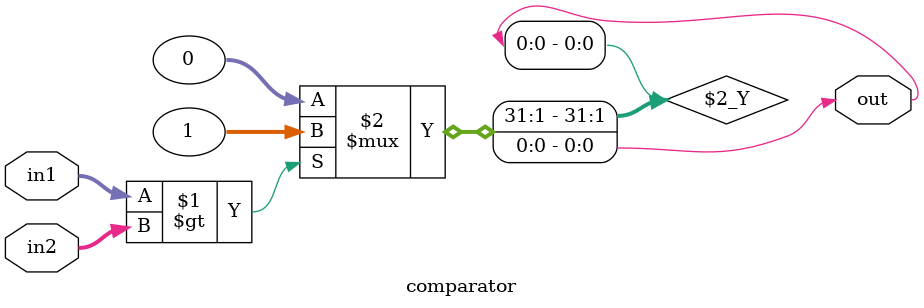
<source format=v>
module comparator(out,in1,in2);
  input [7:0]in1,in2;
  output out;
 assign out=(in1>in2)? 1:0;
endmodule


</source>
